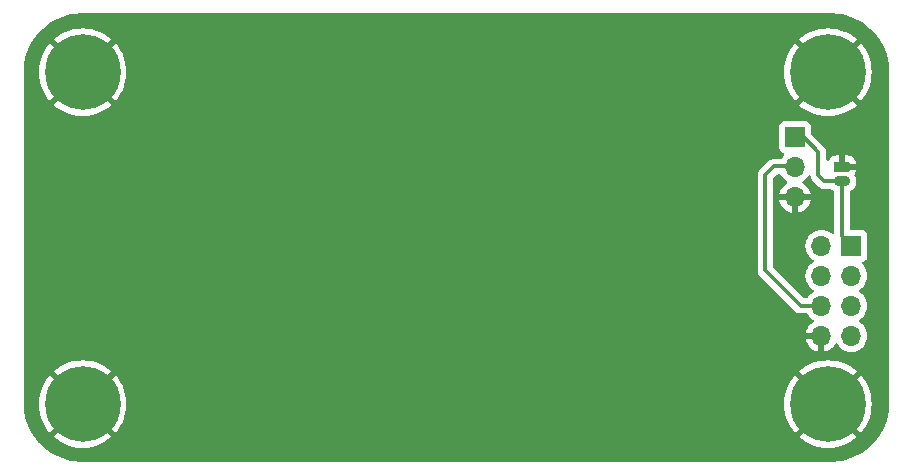
<source format=gbr>
%TF.GenerationSoftware,KiCad,Pcbnew,8.0.2*%
%TF.CreationDate,2024-06-01T14:05:18+02:00*%
%TF.ProjectId,dht,6468742e-6b69-4636-9164-5f7063625858,rev?*%
%TF.SameCoordinates,Original*%
%TF.FileFunction,Copper,L1,Top*%
%TF.FilePolarity,Positive*%
%FSLAX46Y46*%
G04 Gerber Fmt 4.6, Leading zero omitted, Abs format (unit mm)*
G04 Created by KiCad (PCBNEW 8.0.2) date 2024-06-01 14:05:18*
%MOMM*%
%LPD*%
G01*
G04 APERTURE LIST*
G04 Aperture macros list*
%AMRoundRect*
0 Rectangle with rounded corners*
0 $1 Rounding radius*
0 $2 $3 $4 $5 $6 $7 $8 $9 X,Y pos of 4 corners*
0 Add a 4 corners polygon primitive as box body*
4,1,4,$2,$3,$4,$5,$6,$7,$8,$9,$2,$3,0*
0 Add four circle primitives for the rounded corners*
1,1,$1+$1,$2,$3*
1,1,$1+$1,$4,$5*
1,1,$1+$1,$6,$7*
1,1,$1+$1,$8,$9*
0 Add four rect primitives between the rounded corners*
20,1,$1+$1,$2,$3,$4,$5,0*
20,1,$1+$1,$4,$5,$6,$7,0*
20,1,$1+$1,$6,$7,$8,$9,0*
20,1,$1+$1,$8,$9,$2,$3,0*%
G04 Aperture macros list end*
%TA.AperFunction,ComponentPad*%
%ADD10RoundRect,0.225000X-0.475000X0.225000X-0.475000X-0.225000X0.475000X-0.225000X0.475000X0.225000X0*%
%TD*%
%TA.AperFunction,ComponentPad*%
%ADD11O,1.400000X0.900000*%
%TD*%
%TA.AperFunction,ComponentPad*%
%ADD12C,0.800000*%
%TD*%
%TA.AperFunction,ComponentPad*%
%ADD13C,6.400000*%
%TD*%
%TA.AperFunction,ComponentPad*%
%ADD14R,1.700000X1.700000*%
%TD*%
%TA.AperFunction,ComponentPad*%
%ADD15O,1.700000X1.700000*%
%TD*%
%TA.AperFunction,ViaPad*%
%ADD16C,0.700000*%
%TD*%
%TA.AperFunction,Conductor*%
%ADD17C,0.300000*%
%TD*%
G04 APERTURE END LIST*
D10*
%TO.P,J2,1,Pin_1*%
%TO.N,GND*%
X166000000Y-83000000D03*
D11*
%TO.P,J2,2,Pin_2*%
%TO.N,VCC*%
X166000000Y-84250000D03*
%TD*%
D12*
%TO.P,H3,1,1*%
%TO.N,GND*%
X162402944Y-103100000D03*
X163105888Y-101402944D03*
X163105888Y-104797056D03*
X164802944Y-100700000D03*
D13*
X164802944Y-103100000D03*
D12*
X164802944Y-105500000D03*
X166500000Y-101402944D03*
X166500000Y-104797056D03*
X167202944Y-103100000D03*
%TD*%
%TO.P,H2,1,1*%
%TO.N,GND*%
X162402944Y-75000000D03*
X163105888Y-73302944D03*
X163105888Y-76697056D03*
X164802944Y-72600000D03*
D13*
X164802944Y-75000000D03*
D12*
X164802944Y-77400000D03*
X166500000Y-73302944D03*
X166500000Y-76697056D03*
X167202944Y-75000000D03*
%TD*%
%TO.P,H1,1,1*%
%TO.N,GND*%
X99297056Y-103100000D03*
X100000000Y-101402944D03*
X100000000Y-104797056D03*
X101697056Y-100700000D03*
D13*
X101697056Y-103100000D03*
D12*
X101697056Y-105500000D03*
X103394112Y-101402944D03*
X103394112Y-104797056D03*
X104097056Y-103100000D03*
%TD*%
D14*
%TO.P,J1,1,Pin_1*%
%TO.N,VCC*%
X166790000Y-89700000D03*
D15*
%TO.P,J1,2,Pin_2*%
%TO.N,unconnected-(J1-Pin_2-Pad2)*%
X164250000Y-89700000D03*
%TO.P,J1,3,Pin_3*%
%TO.N,unconnected-(J1-Pin_3-Pad3)*%
X166790000Y-92240000D03*
%TO.P,J1,4,Pin_4*%
%TO.N,unconnected-(J1-Pin_4-Pad4)*%
X164250000Y-92240000D03*
%TO.P,J1,5,Pin_5*%
%TO.N,unconnected-(J1-Pin_5-Pad5)*%
X166790000Y-94780000D03*
%TO.P,J1,6,Pin_6*%
%TO.N,IO2*%
X164250000Y-94780000D03*
%TO.P,J1,7,Pin_7*%
%TO.N,unconnected-(J1-Pin_7-Pad7)*%
X166790000Y-97320000D03*
%TO.P,J1,8,Pin_8*%
%TO.N,GND*%
X164250000Y-97320000D03*
%TD*%
D12*
%TO.P,H5,1,1*%
%TO.N,GND*%
X99297056Y-75000000D03*
X100000000Y-73302944D03*
X100000000Y-76697056D03*
X101697056Y-72600000D03*
D13*
X101697056Y-75000000D03*
D12*
X101697056Y-77400000D03*
X103394112Y-73302944D03*
X103394112Y-76697056D03*
X104097056Y-75000000D03*
%TD*%
D15*
%TO.P,J3,3,Pin_3*%
%TO.N,GND*%
X162000000Y-85580000D03*
%TO.P,J3,2,Pin_2*%
%TO.N,IO2*%
X162000000Y-83040000D03*
D14*
%TO.P,J3,1,Pin_1*%
%TO.N,VCC*%
X162000000Y-80500000D03*
%TD*%
D16*
%TO.N,GND*%
X164500000Y-87000000D03*
X161000000Y-91000000D03*
X161000000Y-87750000D03*
%TD*%
D17*
%TO.N,VCC*%
X162750000Y-80500000D02*
X162000000Y-80500000D01*
X164000000Y-81750000D02*
X162750000Y-80500000D01*
X164500000Y-84250000D02*
X164000000Y-83750000D01*
X166000000Y-84250000D02*
X164500000Y-84250000D01*
X164000000Y-83750000D02*
X164000000Y-81750000D01*
%TO.N,IO2*%
X162530000Y-94780000D02*
X164250000Y-94780000D01*
X159500000Y-91750000D02*
X162530000Y-94780000D01*
X160265000Y-82985000D02*
X159500000Y-83750000D01*
X159500000Y-83750000D02*
X159500000Y-91750000D01*
X162000000Y-82985000D02*
X160265000Y-82985000D01*
%TO.N,VCC*%
X166000000Y-88910000D02*
X166790000Y-89700000D01*
X166000000Y-84250000D02*
X166000000Y-88910000D01*
%TD*%
%TA.AperFunction,Conductor*%
%TO.N,GND*%
G36*
X160775616Y-83655185D02*
G01*
X160820958Y-83707092D01*
X160825966Y-83717832D01*
X160825967Y-83717834D01*
X160870771Y-83781820D01*
X160961505Y-83911401D01*
X161128599Y-84078495D01*
X161239834Y-84156383D01*
X161314594Y-84208730D01*
X161358219Y-84263307D01*
X161365413Y-84332805D01*
X161333890Y-84395160D01*
X161314595Y-84411880D01*
X161128922Y-84541890D01*
X161128920Y-84541891D01*
X160961891Y-84708920D01*
X160961886Y-84708926D01*
X160826400Y-84902420D01*
X160826399Y-84902422D01*
X160726570Y-85116507D01*
X160726567Y-85116513D01*
X160669364Y-85329999D01*
X160669364Y-85330000D01*
X161566988Y-85330000D01*
X161534075Y-85387007D01*
X161500000Y-85514174D01*
X161500000Y-85645826D01*
X161534075Y-85772993D01*
X161566988Y-85830000D01*
X160669364Y-85830000D01*
X160726567Y-86043486D01*
X160726570Y-86043492D01*
X160826399Y-86257578D01*
X160961894Y-86451082D01*
X161128917Y-86618105D01*
X161322421Y-86753600D01*
X161536507Y-86853429D01*
X161536516Y-86853433D01*
X161750000Y-86910634D01*
X161750000Y-86013012D01*
X161807007Y-86045925D01*
X161934174Y-86080000D01*
X162065826Y-86080000D01*
X162192993Y-86045925D01*
X162250000Y-86013012D01*
X162250000Y-86910633D01*
X162463483Y-86853433D01*
X162463492Y-86853429D01*
X162677578Y-86753600D01*
X162871082Y-86618105D01*
X163038105Y-86451082D01*
X163173600Y-86257578D01*
X163273429Y-86043492D01*
X163273432Y-86043486D01*
X163330636Y-85830000D01*
X162433012Y-85830000D01*
X162465925Y-85772993D01*
X162500000Y-85645826D01*
X162500000Y-85514174D01*
X162465925Y-85387007D01*
X162433012Y-85330000D01*
X163330636Y-85330000D01*
X163330635Y-85329999D01*
X163273432Y-85116513D01*
X163273429Y-85116507D01*
X163173600Y-84902422D01*
X163173599Y-84902420D01*
X163038113Y-84708926D01*
X163038108Y-84708920D01*
X162871078Y-84541890D01*
X162685405Y-84411879D01*
X162641780Y-84357302D01*
X162634588Y-84287804D01*
X162666110Y-84225449D01*
X162685406Y-84208730D01*
X162748326Y-84164673D01*
X162871401Y-84078495D01*
X163038495Y-83911401D01*
X163129229Y-83781818D01*
X163183804Y-83738195D01*
X163253303Y-83731001D01*
X163315658Y-83762524D01*
X163351072Y-83822753D01*
X163352420Y-83828751D01*
X163368860Y-83911395D01*
X163368861Y-83911401D01*
X163374499Y-83939744D01*
X163423535Y-84058127D01*
X163494723Y-84164669D01*
X163494726Y-84164673D01*
X164085326Y-84755273D01*
X164085329Y-84755275D01*
X164085331Y-84755277D01*
X164191873Y-84826465D01*
X164310256Y-84875501D01*
X164310260Y-84875501D01*
X164310261Y-84875502D01*
X164435928Y-84900500D01*
X164435931Y-84900500D01*
X165004928Y-84900500D01*
X165071967Y-84920185D01*
X165092610Y-84936820D01*
X165144088Y-84988299D01*
X165144089Y-84988300D01*
X165144092Y-84988302D01*
X165294391Y-85088728D01*
X165339196Y-85142340D01*
X165349500Y-85191830D01*
X165349500Y-88590242D01*
X165329815Y-88657281D01*
X165277011Y-88703036D01*
X165207853Y-88712980D01*
X165144297Y-88683955D01*
X165137819Y-88677923D01*
X165121402Y-88661506D01*
X165121395Y-88661501D01*
X165115368Y-88657281D01*
X165044518Y-88607671D01*
X164927834Y-88525967D01*
X164927830Y-88525965D01*
X164927828Y-88525964D01*
X164713663Y-88426097D01*
X164713659Y-88426096D01*
X164713655Y-88426094D01*
X164485413Y-88364938D01*
X164485403Y-88364936D01*
X164250001Y-88344341D01*
X164249999Y-88344341D01*
X164014596Y-88364936D01*
X164014586Y-88364938D01*
X163786344Y-88426094D01*
X163786335Y-88426098D01*
X163572171Y-88525964D01*
X163572169Y-88525965D01*
X163378597Y-88661505D01*
X163211505Y-88828597D01*
X163075965Y-89022169D01*
X163075964Y-89022171D01*
X162976098Y-89236335D01*
X162976094Y-89236344D01*
X162914938Y-89464586D01*
X162914936Y-89464596D01*
X162894341Y-89699999D01*
X162894341Y-89700000D01*
X162914936Y-89935403D01*
X162914938Y-89935413D01*
X162976094Y-90163655D01*
X162976096Y-90163659D01*
X162976097Y-90163663D01*
X163060499Y-90344663D01*
X163075965Y-90377830D01*
X163075967Y-90377834D01*
X163211501Y-90571395D01*
X163211506Y-90571402D01*
X163378597Y-90738493D01*
X163378603Y-90738498D01*
X163564158Y-90868425D01*
X163607783Y-90923002D01*
X163614977Y-90992500D01*
X163583454Y-91054855D01*
X163564158Y-91071575D01*
X163378597Y-91201505D01*
X163211505Y-91368597D01*
X163075965Y-91562169D01*
X163075964Y-91562171D01*
X162976098Y-91776335D01*
X162976094Y-91776344D01*
X162914938Y-92004586D01*
X162914936Y-92004596D01*
X162894341Y-92239999D01*
X162894341Y-92240000D01*
X162914936Y-92475403D01*
X162914938Y-92475413D01*
X162976094Y-92703655D01*
X162976096Y-92703659D01*
X162976097Y-92703663D01*
X162980000Y-92712032D01*
X163075965Y-92917830D01*
X163075967Y-92917834D01*
X163184281Y-93072521D01*
X163211501Y-93111396D01*
X163211506Y-93111402D01*
X163378597Y-93278493D01*
X163378603Y-93278498D01*
X163564158Y-93408425D01*
X163607783Y-93463002D01*
X163614977Y-93532500D01*
X163583454Y-93594855D01*
X163564158Y-93611575D01*
X163378597Y-93741505D01*
X163211506Y-93908596D01*
X163093854Y-94076623D01*
X163039277Y-94120248D01*
X162992279Y-94129500D01*
X162850808Y-94129500D01*
X162783769Y-94109815D01*
X162763127Y-94093181D01*
X160186819Y-91516873D01*
X160153334Y-91455550D01*
X160150500Y-91429192D01*
X160150500Y-84070808D01*
X160170185Y-84003769D01*
X160186819Y-83983127D01*
X160498127Y-83671819D01*
X160559450Y-83638334D01*
X160585808Y-83635500D01*
X160708577Y-83635500D01*
X160775616Y-83655185D01*
G37*
%TD.AperFunction*%
%TA.AperFunction,Conductor*%
G36*
X165000641Y-70000006D02*
G01*
X165213481Y-70002328D01*
X165222915Y-70002792D01*
X165647552Y-70039943D01*
X165658270Y-70041354D01*
X166077393Y-70115256D01*
X166087921Y-70117590D01*
X166499033Y-70227747D01*
X166509322Y-70230992D01*
X166909255Y-70376555D01*
X166919221Y-70380683D01*
X167304942Y-70560547D01*
X167314528Y-70565538D01*
X167683088Y-70778326D01*
X167692207Y-70784135D01*
X168040820Y-71028237D01*
X168049402Y-71034822D01*
X168375420Y-71308383D01*
X168383395Y-71315692D01*
X168684307Y-71616604D01*
X168691616Y-71624579D01*
X168965177Y-71950597D01*
X168971762Y-71959179D01*
X169215864Y-72307792D01*
X169221676Y-72316916D01*
X169434459Y-72685467D01*
X169439454Y-72695062D01*
X169619310Y-73080764D01*
X169623450Y-73090759D01*
X169769003Y-73490664D01*
X169772256Y-73500980D01*
X169882405Y-73912061D01*
X169884746Y-73922623D01*
X169958644Y-74341725D01*
X169960056Y-74352450D01*
X169997206Y-74777073D01*
X169997671Y-74786527D01*
X169999993Y-74999357D01*
X170000000Y-75000710D01*
X170000000Y-102999289D01*
X169999993Y-103000642D01*
X169997671Y-103213472D01*
X169997206Y-103222926D01*
X169960056Y-103647549D01*
X169958644Y-103658274D01*
X169884746Y-104077376D01*
X169882405Y-104087938D01*
X169772256Y-104499019D01*
X169769003Y-104509335D01*
X169623450Y-104909240D01*
X169619310Y-104919235D01*
X169439454Y-105304937D01*
X169434459Y-105314532D01*
X169221676Y-105683083D01*
X169215864Y-105692207D01*
X168971762Y-106040820D01*
X168965177Y-106049402D01*
X168691616Y-106375420D01*
X168684307Y-106383395D01*
X168383395Y-106684307D01*
X168375420Y-106691616D01*
X168049402Y-106965177D01*
X168040820Y-106971762D01*
X167692207Y-107215864D01*
X167683083Y-107221676D01*
X167314532Y-107434459D01*
X167304937Y-107439454D01*
X166919235Y-107619310D01*
X166909240Y-107623450D01*
X166509335Y-107769003D01*
X166499019Y-107772256D01*
X166087938Y-107882405D01*
X166077376Y-107884746D01*
X165658274Y-107958644D01*
X165647549Y-107960056D01*
X165222926Y-107997206D01*
X165213472Y-107997671D01*
X165005455Y-107999940D01*
X165000640Y-107999993D01*
X164999290Y-108000000D01*
X156697056Y-108000000D01*
X101697769Y-108000000D01*
X101696415Y-107999993D01*
X101483585Y-107997669D01*
X101474131Y-107997204D01*
X101049511Y-107960051D01*
X101038786Y-107958639D01*
X100619687Y-107884738D01*
X100609125Y-107882397D01*
X100198046Y-107772245D01*
X100187730Y-107768992D01*
X99787825Y-107623435D01*
X99777831Y-107619295D01*
X99584985Y-107529368D01*
X99392132Y-107439438D01*
X99382552Y-107434451D01*
X99013979Y-107221653D01*
X99004856Y-107215840D01*
X98656259Y-106971746D01*
X98647677Y-106965161D01*
X98321674Y-106691610D01*
X98313698Y-106684302D01*
X98012767Y-106383369D01*
X98005459Y-106375393D01*
X97949488Y-106308689D01*
X97731912Y-106049388D01*
X97725327Y-106040806D01*
X97481231Y-105692198D01*
X97475419Y-105683075D01*
X97262632Y-105314516D01*
X97257637Y-105304920D01*
X97093322Y-104952543D01*
X97077782Y-104919217D01*
X97073651Y-104909245D01*
X96928093Y-104509325D01*
X96924840Y-104499008D01*
X96814694Y-104087934D01*
X96812353Y-104077373D01*
X96738454Y-103658270D01*
X96737042Y-103647545D01*
X96699890Y-103222891D01*
X96699427Y-103213473D01*
X96698167Y-103099999D01*
X97991978Y-103099999D01*
X97991978Y-103100000D01*
X98012275Y-103487287D01*
X98072942Y-103870323D01*
X98072943Y-103870330D01*
X98173318Y-104244936D01*
X98312300Y-104606994D01*
X98488366Y-104952543D01*
X98699587Y-105277793D01*
X98908151Y-105535350D01*
X98908152Y-105535350D01*
X100402804Y-104040698D01*
X100476644Y-104142330D01*
X100654726Y-104320412D01*
X100756356Y-104394251D01*
X99261704Y-105888903D01*
X99261705Y-105888904D01*
X99519262Y-106097468D01*
X99844512Y-106308689D01*
X100190061Y-106484755D01*
X100552119Y-106623737D01*
X100926725Y-106724112D01*
X100926732Y-106724113D01*
X101309768Y-106784780D01*
X101697055Y-106805078D01*
X101697057Y-106805078D01*
X102084343Y-106784780D01*
X102467379Y-106724113D01*
X102467386Y-106724112D01*
X102841992Y-106623737D01*
X103204050Y-106484755D01*
X103549599Y-106308689D01*
X103874839Y-106097476D01*
X103874841Y-106097475D01*
X104132405Y-105888902D01*
X102637754Y-104394251D01*
X102739386Y-104320412D01*
X102917468Y-104142330D01*
X102991307Y-104040698D01*
X104485958Y-105535349D01*
X104694531Y-105277785D01*
X104694532Y-105277783D01*
X104905745Y-104952543D01*
X105081811Y-104606994D01*
X105220793Y-104244936D01*
X105321168Y-103870330D01*
X105321169Y-103870323D01*
X105381836Y-103487287D01*
X105402134Y-103100000D01*
X105402134Y-103099999D01*
X161097866Y-103099999D01*
X161097866Y-103100000D01*
X161118163Y-103487287D01*
X161178830Y-103870323D01*
X161178831Y-103870330D01*
X161279206Y-104244936D01*
X161418188Y-104606994D01*
X161594254Y-104952543D01*
X161805475Y-105277793D01*
X162014039Y-105535350D01*
X162014040Y-105535350D01*
X163508692Y-104040698D01*
X163582532Y-104142330D01*
X163760614Y-104320412D01*
X163862244Y-104394251D01*
X162367592Y-105888903D01*
X162367593Y-105888904D01*
X162625150Y-106097468D01*
X162950400Y-106308689D01*
X163295949Y-106484755D01*
X163658007Y-106623737D01*
X164032613Y-106724112D01*
X164032620Y-106724113D01*
X164415656Y-106784780D01*
X164802943Y-106805078D01*
X164802945Y-106805078D01*
X165190231Y-106784780D01*
X165573267Y-106724113D01*
X165573274Y-106724112D01*
X165947880Y-106623737D01*
X166309938Y-106484755D01*
X166655487Y-106308689D01*
X166980727Y-106097476D01*
X166980729Y-106097475D01*
X167238293Y-105888902D01*
X165743642Y-104394251D01*
X165845274Y-104320412D01*
X166023356Y-104142330D01*
X166097195Y-104040698D01*
X167591846Y-105535349D01*
X167800419Y-105277785D01*
X167800420Y-105277783D01*
X168011633Y-104952543D01*
X168187699Y-104606994D01*
X168326681Y-104244936D01*
X168427056Y-103870330D01*
X168427057Y-103870323D01*
X168487724Y-103487287D01*
X168508022Y-103100000D01*
X168508022Y-103099999D01*
X168487724Y-102712712D01*
X168427057Y-102329676D01*
X168427056Y-102329669D01*
X168326681Y-101955063D01*
X168187699Y-101593005D01*
X168011633Y-101247456D01*
X167800412Y-100922206D01*
X167591848Y-100664649D01*
X167591847Y-100664648D01*
X166097195Y-102159300D01*
X166023356Y-102057670D01*
X165845274Y-101879588D01*
X165743642Y-101805748D01*
X167238294Y-100311096D01*
X167238294Y-100311095D01*
X166980737Y-100102531D01*
X166655487Y-99891310D01*
X166309938Y-99715244D01*
X165947880Y-99576262D01*
X165573274Y-99475887D01*
X165573267Y-99475886D01*
X165190231Y-99415219D01*
X164802945Y-99394922D01*
X164802943Y-99394922D01*
X164415656Y-99415219D01*
X164032620Y-99475886D01*
X164032613Y-99475887D01*
X163658007Y-99576262D01*
X163295949Y-99715244D01*
X162950400Y-99891310D01*
X162625150Y-100102531D01*
X162367592Y-100311095D01*
X162367592Y-100311096D01*
X163862245Y-101805748D01*
X163760614Y-101879588D01*
X163582532Y-102057670D01*
X163508692Y-102159300D01*
X162014040Y-100664648D01*
X162014039Y-100664648D01*
X161805475Y-100922206D01*
X161594254Y-101247456D01*
X161418188Y-101593005D01*
X161279206Y-101955063D01*
X161178831Y-102329669D01*
X161178830Y-102329676D01*
X161118163Y-102712712D01*
X161097866Y-103099999D01*
X105402134Y-103099999D01*
X105381836Y-102712712D01*
X105321169Y-102329676D01*
X105321168Y-102329669D01*
X105220793Y-101955063D01*
X105081811Y-101593005D01*
X104905745Y-101247456D01*
X104694524Y-100922206D01*
X104485960Y-100664649D01*
X104485959Y-100664648D01*
X102991307Y-102159300D01*
X102917468Y-102057670D01*
X102739386Y-101879588D01*
X102637754Y-101805748D01*
X104132406Y-100311096D01*
X104132406Y-100311095D01*
X103874849Y-100102531D01*
X103549599Y-99891310D01*
X103204050Y-99715244D01*
X102841992Y-99576262D01*
X102467386Y-99475887D01*
X102467379Y-99475886D01*
X102084343Y-99415219D01*
X101697057Y-99394922D01*
X101697055Y-99394922D01*
X101309768Y-99415219D01*
X100926732Y-99475886D01*
X100926725Y-99475887D01*
X100552119Y-99576262D01*
X100190061Y-99715244D01*
X99844512Y-99891310D01*
X99519262Y-100102531D01*
X99261704Y-100311095D01*
X99261704Y-100311096D01*
X100756357Y-101805748D01*
X100654726Y-101879588D01*
X100476644Y-102057670D01*
X100402804Y-102159300D01*
X98908152Y-100664648D01*
X98908151Y-100664648D01*
X98699587Y-100922206D01*
X98488366Y-101247456D01*
X98312300Y-101593005D01*
X98173318Y-101955063D01*
X98072943Y-102329669D01*
X98072942Y-102329676D01*
X98012275Y-102712712D01*
X97991978Y-103099999D01*
X96698167Y-103099999D01*
X96697064Y-103000720D01*
X96697056Y-102999343D01*
X96697056Y-91814071D01*
X158849499Y-91814071D01*
X158874497Y-91939738D01*
X158874499Y-91939744D01*
X158923534Y-92058125D01*
X158994726Y-92164673D01*
X162115326Y-95285273D01*
X162115329Y-95285275D01*
X162115331Y-95285277D01*
X162221873Y-95356465D01*
X162340256Y-95405501D01*
X162340260Y-95405501D01*
X162340261Y-95405502D01*
X162465928Y-95430500D01*
X162465931Y-95430500D01*
X162992278Y-95430500D01*
X163059317Y-95450185D01*
X163093853Y-95483377D01*
X163211501Y-95651396D01*
X163211506Y-95651402D01*
X163378597Y-95818493D01*
X163378603Y-95818498D01*
X163564594Y-95948730D01*
X163608219Y-96003307D01*
X163615413Y-96072805D01*
X163583890Y-96135160D01*
X163564595Y-96151880D01*
X163378922Y-96281890D01*
X163378920Y-96281891D01*
X163211891Y-96448920D01*
X163211886Y-96448926D01*
X163076400Y-96642420D01*
X163076399Y-96642422D01*
X162976570Y-96856507D01*
X162976567Y-96856513D01*
X162919364Y-97069999D01*
X162919364Y-97070000D01*
X163816988Y-97070000D01*
X163784075Y-97127007D01*
X163750000Y-97254174D01*
X163750000Y-97385826D01*
X163784075Y-97512993D01*
X163816988Y-97570000D01*
X162919364Y-97570000D01*
X162976567Y-97783486D01*
X162976570Y-97783492D01*
X163076399Y-97997578D01*
X163211894Y-98191082D01*
X163378917Y-98358105D01*
X163572421Y-98493600D01*
X163786507Y-98593429D01*
X163786516Y-98593433D01*
X164000000Y-98650634D01*
X164000000Y-97753012D01*
X164057007Y-97785925D01*
X164184174Y-97820000D01*
X164315826Y-97820000D01*
X164442993Y-97785925D01*
X164500000Y-97753012D01*
X164500000Y-98650633D01*
X164713483Y-98593433D01*
X164713492Y-98593429D01*
X164927578Y-98493600D01*
X165121082Y-98358105D01*
X165288105Y-98191082D01*
X165418119Y-98005405D01*
X165472696Y-97961781D01*
X165542195Y-97954588D01*
X165604549Y-97986110D01*
X165621269Y-98005405D01*
X165751505Y-98191401D01*
X165918599Y-98358495D01*
X166015384Y-98426265D01*
X166112165Y-98494032D01*
X166112167Y-98494033D01*
X166112170Y-98494035D01*
X166326337Y-98593903D01*
X166554592Y-98655063D01*
X166742918Y-98671539D01*
X166789999Y-98675659D01*
X166790000Y-98675659D01*
X166790001Y-98675659D01*
X166829234Y-98672226D01*
X167025408Y-98655063D01*
X167253663Y-98593903D01*
X167467830Y-98494035D01*
X167661401Y-98358495D01*
X167828495Y-98191401D01*
X167964035Y-97997830D01*
X168063903Y-97783663D01*
X168125063Y-97555408D01*
X168145659Y-97320000D01*
X168125063Y-97084592D01*
X168063903Y-96856337D01*
X167964035Y-96642171D01*
X167958731Y-96634595D01*
X167828494Y-96448597D01*
X167661402Y-96281506D01*
X167661396Y-96281501D01*
X167475842Y-96151575D01*
X167432217Y-96096998D01*
X167425023Y-96027500D01*
X167456546Y-95965145D01*
X167475842Y-95948425D01*
X167498026Y-95932891D01*
X167661401Y-95818495D01*
X167828495Y-95651401D01*
X167964035Y-95457830D01*
X168063903Y-95243663D01*
X168125063Y-95015408D01*
X168145659Y-94780000D01*
X168125063Y-94544592D01*
X168063903Y-94316337D01*
X167964035Y-94102171D01*
X167958425Y-94094158D01*
X167828494Y-93908597D01*
X167661402Y-93741506D01*
X167661396Y-93741501D01*
X167475842Y-93611575D01*
X167432217Y-93556998D01*
X167425023Y-93487500D01*
X167456546Y-93425145D01*
X167475842Y-93408425D01*
X167498026Y-93392891D01*
X167661401Y-93278495D01*
X167828495Y-93111401D01*
X167964035Y-92917830D01*
X168063903Y-92703663D01*
X168125063Y-92475408D01*
X168145659Y-92240000D01*
X168125063Y-92004592D01*
X168063903Y-91776337D01*
X167964035Y-91562171D01*
X167958424Y-91554158D01*
X167828496Y-91368600D01*
X167828493Y-91368597D01*
X167706567Y-91246671D01*
X167673084Y-91185351D01*
X167678068Y-91115659D01*
X167719939Y-91059725D01*
X167750915Y-91042810D01*
X167882331Y-90993796D01*
X167997546Y-90907546D01*
X168083796Y-90792331D01*
X168134091Y-90657483D01*
X168140500Y-90597873D01*
X168140499Y-88802128D01*
X168134091Y-88742517D01*
X168123074Y-88712980D01*
X168083797Y-88607671D01*
X168083793Y-88607664D01*
X167997547Y-88492455D01*
X167997544Y-88492452D01*
X167882335Y-88406206D01*
X167882328Y-88406202D01*
X167747482Y-88355908D01*
X167747483Y-88355908D01*
X167687883Y-88349501D01*
X167687881Y-88349500D01*
X167687873Y-88349500D01*
X167687865Y-88349500D01*
X166774500Y-88349500D01*
X166707461Y-88329815D01*
X166661706Y-88277011D01*
X166650500Y-88225500D01*
X166650500Y-85191830D01*
X166670185Y-85124791D01*
X166705607Y-85088729D01*
X166855908Y-84988302D01*
X166988302Y-84855908D01*
X167092322Y-84700231D01*
X167163973Y-84527251D01*
X167200500Y-84343616D01*
X167200500Y-84156384D01*
X167163973Y-83972749D01*
X167092322Y-83799769D01*
X167074152Y-83772576D01*
X167053274Y-83705901D01*
X167071716Y-83638588D01*
X167136544Y-83533487D01*
X167136547Y-83533481D01*
X167189855Y-83372606D01*
X167199999Y-83273322D01*
X167200000Y-83273309D01*
X167200000Y-83250000D01*
X166166988Y-83250000D01*
X166184205Y-83240060D01*
X166240060Y-83184205D01*
X166279556Y-83115796D01*
X166300000Y-83039496D01*
X166300000Y-82960504D01*
X166279556Y-82884204D01*
X166240060Y-82815795D01*
X166184205Y-82759940D01*
X166166988Y-82750000D01*
X166250000Y-82750000D01*
X167199999Y-82750000D01*
X167199999Y-82726692D01*
X167199998Y-82726677D01*
X167189855Y-82627392D01*
X167136547Y-82466518D01*
X167136542Y-82466507D01*
X167047575Y-82322271D01*
X167047572Y-82322267D01*
X166927732Y-82202427D01*
X166927728Y-82202424D01*
X166783492Y-82113457D01*
X166783481Y-82113452D01*
X166622606Y-82060144D01*
X166523322Y-82050000D01*
X166250000Y-82050000D01*
X166250000Y-82750000D01*
X166166988Y-82750000D01*
X166115796Y-82720444D01*
X166039496Y-82700000D01*
X165960504Y-82700000D01*
X165884204Y-82720444D01*
X165815795Y-82759940D01*
X165759940Y-82815795D01*
X165750000Y-82833011D01*
X165750000Y-82050000D01*
X165476693Y-82050000D01*
X165476676Y-82050001D01*
X165377392Y-82060144D01*
X165216518Y-82113452D01*
X165216507Y-82113457D01*
X165072271Y-82202424D01*
X165072267Y-82202427D01*
X164952427Y-82322267D01*
X164952424Y-82322271D01*
X164880038Y-82439627D01*
X164828090Y-82486352D01*
X164759128Y-82497573D01*
X164695046Y-82469730D01*
X164656190Y-82411661D01*
X164650500Y-82374530D01*
X164650500Y-81685928D01*
X164625502Y-81560261D01*
X164625501Y-81560260D01*
X164625501Y-81560256D01*
X164576465Y-81441873D01*
X164505277Y-81335331D01*
X164505275Y-81335329D01*
X164505273Y-81335326D01*
X163386818Y-80216871D01*
X163353333Y-80155548D01*
X163350499Y-80129190D01*
X163350499Y-79602129D01*
X163350498Y-79602123D01*
X163350497Y-79602116D01*
X163344091Y-79542517D01*
X163293796Y-79407669D01*
X163293795Y-79407668D01*
X163293793Y-79407664D01*
X163207547Y-79292455D01*
X163207544Y-79292452D01*
X163092335Y-79206206D01*
X163092328Y-79206202D01*
X162957482Y-79155908D01*
X162957483Y-79155908D01*
X162897883Y-79149501D01*
X162897881Y-79149500D01*
X162897873Y-79149500D01*
X162897864Y-79149500D01*
X161102129Y-79149500D01*
X161102123Y-79149501D01*
X161042516Y-79155908D01*
X160907671Y-79206202D01*
X160907664Y-79206206D01*
X160792455Y-79292452D01*
X160792452Y-79292455D01*
X160706206Y-79407664D01*
X160706202Y-79407671D01*
X160655908Y-79542517D01*
X160649501Y-79602116D01*
X160649501Y-79602123D01*
X160649500Y-79602135D01*
X160649500Y-81397870D01*
X160649501Y-81397876D01*
X160655908Y-81457483D01*
X160706202Y-81592328D01*
X160706206Y-81592335D01*
X160792452Y-81707544D01*
X160792455Y-81707547D01*
X160907664Y-81793793D01*
X160907671Y-81793797D01*
X161039082Y-81842810D01*
X161095016Y-81884681D01*
X161119433Y-81950145D01*
X161104582Y-82018418D01*
X161083431Y-82046673D01*
X160961501Y-82168603D01*
X160882365Y-82281623D01*
X160827788Y-82325248D01*
X160780790Y-82334500D01*
X160200929Y-82334500D01*
X160075261Y-82359497D01*
X160075255Y-82359499D01*
X159956870Y-82408535D01*
X159850331Y-82479722D01*
X159850324Y-82479728D01*
X158994727Y-83335325D01*
X158994721Y-83335332D01*
X158951733Y-83399669D01*
X158951734Y-83399670D01*
X158923534Y-83441874D01*
X158874499Y-83560255D01*
X158874497Y-83560261D01*
X158849500Y-83685928D01*
X158849500Y-83685931D01*
X158849500Y-91814069D01*
X158849500Y-91814071D01*
X158849499Y-91814071D01*
X96697056Y-91814071D01*
X96697056Y-75000710D01*
X96697060Y-74999999D01*
X97991978Y-74999999D01*
X97991978Y-75000000D01*
X98012275Y-75387287D01*
X98072942Y-75770323D01*
X98072943Y-75770330D01*
X98173318Y-76144936D01*
X98312300Y-76506994D01*
X98488366Y-76852543D01*
X98699587Y-77177793D01*
X98908151Y-77435350D01*
X98908152Y-77435350D01*
X100402804Y-75940698D01*
X100476644Y-76042330D01*
X100654726Y-76220412D01*
X100756356Y-76294251D01*
X99261704Y-77788903D01*
X99261705Y-77788904D01*
X99519262Y-77997468D01*
X99844512Y-78208689D01*
X100190061Y-78384755D01*
X100552119Y-78523737D01*
X100926725Y-78624112D01*
X100926732Y-78624113D01*
X101309768Y-78684780D01*
X101697055Y-78705078D01*
X101697057Y-78705078D01*
X102084343Y-78684780D01*
X102467379Y-78624113D01*
X102467386Y-78624112D01*
X102841992Y-78523737D01*
X103204050Y-78384755D01*
X103549599Y-78208689D01*
X103874839Y-77997476D01*
X103874841Y-77997475D01*
X104132405Y-77788902D01*
X102637754Y-76294251D01*
X102739386Y-76220412D01*
X102917468Y-76042330D01*
X102991307Y-75940698D01*
X104485958Y-77435349D01*
X104694531Y-77177785D01*
X104694532Y-77177783D01*
X104905745Y-76852543D01*
X105081811Y-76506994D01*
X105220793Y-76144936D01*
X105321168Y-75770330D01*
X105321169Y-75770323D01*
X105381836Y-75387287D01*
X105402134Y-75000000D01*
X105402134Y-74999999D01*
X161097866Y-74999999D01*
X161097866Y-75000000D01*
X161118163Y-75387287D01*
X161178830Y-75770323D01*
X161178831Y-75770330D01*
X161279206Y-76144936D01*
X161418188Y-76506994D01*
X161594254Y-76852543D01*
X161805475Y-77177793D01*
X162014039Y-77435350D01*
X162014040Y-77435350D01*
X163508692Y-75940698D01*
X163582532Y-76042330D01*
X163760614Y-76220412D01*
X163862244Y-76294251D01*
X162367592Y-77788903D01*
X162367593Y-77788904D01*
X162625150Y-77997468D01*
X162950400Y-78208689D01*
X163295949Y-78384755D01*
X163658007Y-78523737D01*
X164032613Y-78624112D01*
X164032620Y-78624113D01*
X164415656Y-78684780D01*
X164802943Y-78705078D01*
X164802945Y-78705078D01*
X165190231Y-78684780D01*
X165573267Y-78624113D01*
X165573274Y-78624112D01*
X165947880Y-78523737D01*
X166309938Y-78384755D01*
X166655487Y-78208689D01*
X166980727Y-77997476D01*
X166980729Y-77997475D01*
X167238293Y-77788902D01*
X165743642Y-76294251D01*
X165845274Y-76220412D01*
X166023356Y-76042330D01*
X166097195Y-75940698D01*
X167591846Y-77435349D01*
X167800419Y-77177785D01*
X167800420Y-77177783D01*
X168011633Y-76852543D01*
X168187699Y-76506994D01*
X168326681Y-76144936D01*
X168427056Y-75770330D01*
X168427057Y-75770323D01*
X168487724Y-75387287D01*
X168508022Y-75000000D01*
X168508022Y-74999999D01*
X168487724Y-74612712D01*
X168427057Y-74229676D01*
X168427056Y-74229669D01*
X168326681Y-73855063D01*
X168187699Y-73493005D01*
X168011633Y-73147456D01*
X167800412Y-72822206D01*
X167591848Y-72564649D01*
X167591847Y-72564648D01*
X166097195Y-74059300D01*
X166023356Y-73957670D01*
X165845274Y-73779588D01*
X165743642Y-73705748D01*
X167238294Y-72211096D01*
X167238294Y-72211095D01*
X166980737Y-72002531D01*
X166655487Y-71791310D01*
X166309938Y-71615244D01*
X165947880Y-71476262D01*
X165573274Y-71375887D01*
X165573267Y-71375886D01*
X165190231Y-71315219D01*
X164802945Y-71294922D01*
X164802943Y-71294922D01*
X164415656Y-71315219D01*
X164032620Y-71375886D01*
X164032613Y-71375887D01*
X163658007Y-71476262D01*
X163295949Y-71615244D01*
X162950400Y-71791310D01*
X162625150Y-72002531D01*
X162367592Y-72211095D01*
X162367592Y-72211096D01*
X163862245Y-73705748D01*
X163760614Y-73779588D01*
X163582532Y-73957670D01*
X163508692Y-74059300D01*
X162014040Y-72564648D01*
X162014039Y-72564648D01*
X161805475Y-72822206D01*
X161594254Y-73147456D01*
X161418188Y-73493005D01*
X161279206Y-73855063D01*
X161178831Y-74229669D01*
X161178830Y-74229676D01*
X161118163Y-74612712D01*
X161097866Y-74999999D01*
X105402134Y-74999999D01*
X105381836Y-74612712D01*
X105321169Y-74229676D01*
X105321168Y-74229669D01*
X105220793Y-73855063D01*
X105081811Y-73493005D01*
X104905745Y-73147456D01*
X104694524Y-72822206D01*
X104485960Y-72564649D01*
X104485959Y-72564648D01*
X102991307Y-74059300D01*
X102917468Y-73957670D01*
X102739386Y-73779588D01*
X102637754Y-73705748D01*
X104132406Y-72211096D01*
X104132406Y-72211095D01*
X103874849Y-72002531D01*
X103549599Y-71791310D01*
X103204050Y-71615244D01*
X102841992Y-71476262D01*
X102467386Y-71375887D01*
X102467379Y-71375886D01*
X102084343Y-71315219D01*
X101697057Y-71294922D01*
X101697055Y-71294922D01*
X101309768Y-71315219D01*
X100926732Y-71375886D01*
X100926725Y-71375887D01*
X100552119Y-71476262D01*
X100190061Y-71615244D01*
X99844512Y-71791310D01*
X99519262Y-72002531D01*
X99261704Y-72211095D01*
X99261704Y-72211096D01*
X100756357Y-73705748D01*
X100654726Y-73779588D01*
X100476644Y-73957670D01*
X100402804Y-74059300D01*
X98908152Y-72564648D01*
X98908151Y-72564648D01*
X98699587Y-72822206D01*
X98488366Y-73147456D01*
X98312300Y-73493005D01*
X98173318Y-73855063D01*
X98072943Y-74229669D01*
X98072942Y-74229676D01*
X98012275Y-74612712D01*
X97991978Y-74999999D01*
X96697060Y-74999999D01*
X96697063Y-74999358D01*
X96699384Y-74786527D01*
X96699849Y-74777072D01*
X96714229Y-74612712D01*
X96736998Y-74352441D01*
X96738410Y-74341723D01*
X96758167Y-74229676D01*
X96812312Y-73922606D01*
X96814650Y-73912061D01*
X96924799Y-73500974D01*
X96928051Y-73490661D01*
X97073613Y-73090729D01*
X97077734Y-73080781D01*
X97257606Y-72695041D01*
X97262593Y-72685463D01*
X97332346Y-72564648D01*
X97475386Y-72316893D01*
X97481194Y-72307777D01*
X97725298Y-71959157D01*
X97731869Y-71950594D01*
X98005437Y-71624565D01*
X98012724Y-71616612D01*
X98313681Y-71315652D01*
X98321631Y-71308368D01*
X98647663Y-71034792D01*
X98656219Y-71028227D01*
X99004845Y-70784113D01*
X99013941Y-70778317D01*
X99382544Y-70565502D01*
X99392100Y-70560528D01*
X99777824Y-70380658D01*
X99787798Y-70376526D01*
X100187737Y-70230958D01*
X100198020Y-70227716D01*
X100609124Y-70117557D01*
X100619666Y-70115220D01*
X101038784Y-70041315D01*
X101049501Y-70039904D01*
X101474126Y-70002751D01*
X101483597Y-70002287D01*
X101678045Y-70000203D01*
X101696404Y-70000007D01*
X101697732Y-70000000D01*
X164999290Y-70000000D01*
X165000641Y-70000006D01*
G37*
%TD.AperFunction*%
%TD*%
M02*

</source>
